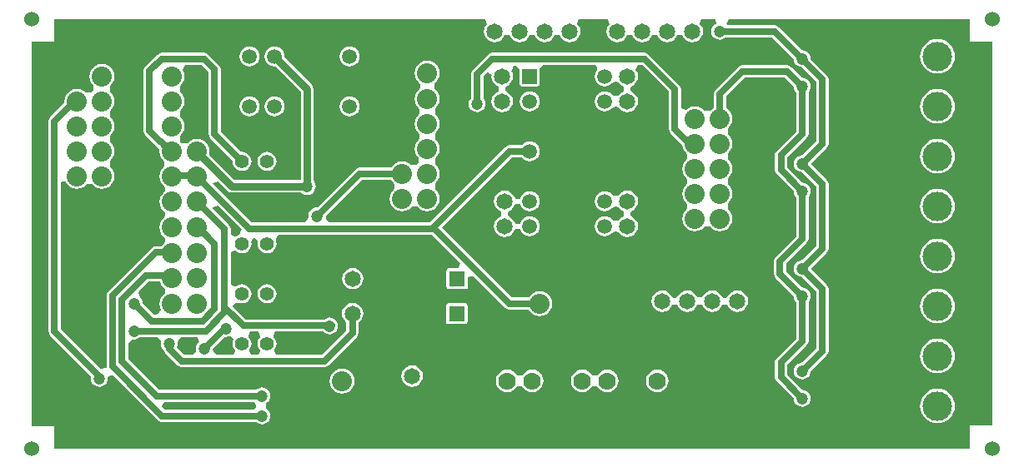
<source format=gbl>
G04 Layer_Physical_Order=2*
G04 Layer_Color=16711680*
%FSLAX25Y25*%
%MOIN*%
G70*
G01*
G75*
%ADD19C,0.02756*%
%ADD21C,0.02953*%
%ADD23R,0.05905X0.05905*%
%ADD24C,0.05905*%
%ADD25C,0.08000*%
%ADD26C,0.05905*%
%ADD27C,0.06496*%
%ADD28R,0.06496X0.06496*%
%ADD29C,0.06000*%
%ADD30C,0.06500*%
%ADD31C,0.05600*%
%ADD32C,0.11811*%
%ADD33C,0.07000*%
%ADD34C,0.04724*%
G36*
X677000Y478923D02*
X686000D01*
Y325077D01*
X677000D01*
X677000Y316000D01*
X311000D01*
X311000Y324882D01*
X302000D01*
Y478939D01*
X311000D01*
Y488000D01*
X483321D01*
X483989Y486031D01*
X483989Y486031D01*
X483307Y485143D01*
X482879Y484109D01*
X482733Y483000D01*
X482879Y481890D01*
X483307Y480857D01*
X483989Y479969D01*
X484876Y479288D01*
X485910Y478859D01*
X487020Y478713D01*
X488129Y478859D01*
X489163Y479288D01*
X490051Y479969D01*
X490732Y480857D01*
X491001Y481506D01*
X491701Y481649D01*
X492338D01*
X493038Y481506D01*
X493307Y480857D01*
X493989Y479969D01*
X494876Y479288D01*
X495910Y478859D01*
X497020Y478713D01*
X498129Y478859D01*
X499163Y479288D01*
X500051Y479969D01*
X500732Y480857D01*
X500993Y481486D01*
X501527Y481602D01*
X502493D01*
X503027Y481486D01*
X503288Y480857D01*
X503969Y479969D01*
X504857Y479288D01*
X505891Y478859D01*
X507000Y478713D01*
X508110Y478859D01*
X509143Y479288D01*
X510031Y479969D01*
X510712Y480857D01*
X510981Y481506D01*
X511682Y481649D01*
X512319D01*
X513019Y481506D01*
X513288Y480857D01*
X513969Y479969D01*
X514857Y479288D01*
X515891Y478859D01*
X517000Y478713D01*
X518110Y478859D01*
X519143Y479288D01*
X520031Y479969D01*
X520712Y480857D01*
X521141Y481890D01*
X521287Y483000D01*
X521141Y484109D01*
X520712Y485143D01*
X520031Y486031D01*
X520031Y486031D01*
X520699Y488000D01*
X532301D01*
X532969Y486031D01*
X532969Y486031D01*
X532288Y485143D01*
X531859Y484109D01*
X531713Y483000D01*
X531859Y481890D01*
X532288Y480857D01*
X532969Y479969D01*
X533857Y479288D01*
X534891Y478859D01*
X536000Y478713D01*
X537110Y478859D01*
X538143Y479288D01*
X539031Y479969D01*
X539712Y480857D01*
X539981Y481506D01*
X540682Y481649D01*
X541319D01*
X542019Y481506D01*
X542288Y480857D01*
X542969Y479969D01*
X543857Y479288D01*
X544890Y478859D01*
X546000Y478713D01*
X547110Y478859D01*
X548143Y479288D01*
X549031Y479969D01*
X549712Y480857D01*
X549973Y481486D01*
X550507Y481602D01*
X551473D01*
X552007Y481486D01*
X552268Y480857D01*
X552949Y479969D01*
X553837Y479288D01*
X554871Y478859D01*
X555980Y478713D01*
X557090Y478859D01*
X558124Y479288D01*
X559011Y479969D01*
X559693Y480857D01*
X559962Y481506D01*
X560662Y481649D01*
X561299D01*
X561999Y481506D01*
X562268Y480857D01*
X562949Y479969D01*
X563837Y479288D01*
X564871Y478859D01*
X565980Y478713D01*
X567090Y478859D01*
X568124Y479288D01*
X569011Y479969D01*
X569693Y480857D01*
X570121Y481890D01*
X570267Y483000D01*
X570121Y484109D01*
X569693Y485143D01*
X569011Y486031D01*
X569011Y486031D01*
X569679Y488000D01*
X575141D01*
X575533Y486031D01*
X575304Y485937D01*
X574602Y485398D01*
X574063Y484696D01*
X573724Y483878D01*
X573609Y483000D01*
X573724Y482122D01*
X574063Y481304D01*
X574602Y480602D01*
X575304Y480063D01*
X576122Y479724D01*
X577000Y479609D01*
X577878Y479724D01*
X578696Y480063D01*
X579363Y480576D01*
X597996D01*
X606614Y471957D01*
X606724Y471122D01*
X607063Y470304D01*
X607602Y469602D01*
X608304Y469063D01*
X609122Y468724D01*
X609957Y468614D01*
X615576Y462996D01*
Y439004D01*
X609957Y433386D01*
X609122Y433276D01*
X608304Y432937D01*
X607602Y432398D01*
X607063Y431696D01*
X606724Y430878D01*
X606609Y430000D01*
X606724Y429122D01*
X607063Y428304D01*
X607602Y427602D01*
X608304Y427063D01*
X609122Y426724D01*
X609957Y426615D01*
X615576Y420996D01*
Y397004D01*
X609957Y391386D01*
X609122Y391276D01*
X608304Y390937D01*
X607602Y390398D01*
X607063Y389696D01*
X606724Y388878D01*
X606609Y388000D01*
X606724Y387122D01*
X607063Y386304D01*
X607602Y385602D01*
X608304Y385063D01*
X609122Y384724D01*
X609957Y384614D01*
X615576Y378996D01*
Y356004D01*
X609957Y350385D01*
X609122Y350276D01*
X608304Y349937D01*
X607602Y349398D01*
X607063Y348696D01*
X606724Y347878D01*
X606609Y347000D01*
X606724Y346122D01*
X607063Y345304D01*
X607602Y344602D01*
X608304Y344063D01*
X609122Y343724D01*
X610000Y343609D01*
X610878Y343724D01*
X611696Y344063D01*
X612398Y344602D01*
X612937Y345304D01*
X613276Y346122D01*
X613385Y346957D01*
X619714Y353286D01*
X620240Y354072D01*
X620425Y355000D01*
Y380000D01*
X620240Y380928D01*
X619714Y381714D01*
X613429Y388000D01*
X619714Y394286D01*
X620240Y395072D01*
X620425Y396000D01*
Y422000D01*
X620240Y422928D01*
X619714Y423714D01*
X613429Y430000D01*
X619714Y436286D01*
X620240Y437072D01*
X620425Y438000D01*
Y464000D01*
X620240Y464928D01*
X619714Y465714D01*
X613385Y472043D01*
X613276Y472878D01*
X612937Y473696D01*
X612398Y474398D01*
X611696Y474937D01*
X610878Y475276D01*
X610043Y475386D01*
X600714Y484714D01*
X599928Y485240D01*
X599000Y485425D01*
X580249D01*
X579685Y486031D01*
X580543Y488000D01*
X677000D01*
Y478923D01*
D02*
G37*
%LPC*%
G36*
X664000Y379939D02*
X662646Y379806D01*
X661345Y379411D01*
X660145Y378769D01*
X659093Y377907D01*
X658230Y376855D01*
X657589Y375655D01*
X657194Y374354D01*
X657061Y373000D01*
X657194Y371646D01*
X657589Y370345D01*
X658230Y369145D01*
X659093Y368093D01*
X660145Y367231D01*
X661345Y366589D01*
X662646Y366194D01*
X664000Y366061D01*
X665354Y366194D01*
X666655Y366589D01*
X667855Y367231D01*
X668907Y368093D01*
X669769Y369145D01*
X670411Y370345D01*
X670806Y371646D01*
X670939Y373000D01*
X670806Y374354D01*
X670411Y375655D01*
X669769Y376855D01*
X668907Y377907D01*
X667855Y378769D01*
X666655Y379411D01*
X665354Y379806D01*
X664000Y379939D01*
D02*
G37*
G36*
Y359939D02*
X662646Y359806D01*
X661345Y359411D01*
X660145Y358769D01*
X659093Y357907D01*
X658230Y356855D01*
X657589Y355655D01*
X657194Y354354D01*
X657061Y353000D01*
X657194Y351646D01*
X657589Y350345D01*
X658230Y349145D01*
X659093Y348093D01*
X660145Y347231D01*
X661345Y346589D01*
X662646Y346194D01*
X664000Y346061D01*
X665354Y346194D01*
X666655Y346589D01*
X667855Y347231D01*
X668907Y348093D01*
X669769Y349145D01*
X670411Y350345D01*
X670806Y351646D01*
X670939Y353000D01*
X670806Y354354D01*
X670411Y355655D01*
X669769Y356855D01*
X668907Y357907D01*
X667855Y358769D01*
X666655Y359411D01*
X665354Y359806D01*
X664000Y359939D01*
D02*
G37*
G36*
X475114Y374268D02*
X468618D01*
X468228Y374190D01*
X467897Y373969D01*
X467676Y373638D01*
X467598Y373248D01*
Y366752D01*
X467676Y366362D01*
X467897Y366031D01*
X468228Y365810D01*
X468618Y365732D01*
X475114D01*
X475504Y365810D01*
X475835Y366031D01*
X476056Y366362D01*
X476134Y366752D01*
Y373248D01*
X476056Y373638D01*
X475835Y373969D01*
X475504Y374190D01*
X475114Y374268D01*
D02*
G37*
G36*
X430268Y388285D02*
X429159Y388139D01*
X428125Y387711D01*
X427238Y387030D01*
X426557Y386142D01*
X426129Y385109D01*
X425983Y384000D01*
X426129Y382891D01*
X426557Y381858D01*
X427238Y380970D01*
X428125Y380289D01*
X429159Y379861D01*
X430268Y379715D01*
X431377Y379861D01*
X432410Y380289D01*
X433297Y380970D01*
X433978Y381858D01*
X434406Y382891D01*
X434552Y384000D01*
X434406Y385109D01*
X433978Y386142D01*
X433297Y387030D01*
X432410Y387711D01*
X431377Y388139D01*
X430268Y388285D01*
D02*
G37*
G36*
X664000Y399939D02*
X662646Y399806D01*
X661345Y399411D01*
X660145Y398769D01*
X659093Y397907D01*
X658230Y396855D01*
X657589Y395655D01*
X657194Y394354D01*
X657061Y393000D01*
X657194Y391646D01*
X657589Y390345D01*
X658230Y389145D01*
X659093Y388093D01*
X660145Y387230D01*
X661345Y386589D01*
X662646Y386194D01*
X664000Y386061D01*
X665354Y386194D01*
X666655Y386589D01*
X667855Y387230D01*
X668907Y388093D01*
X669769Y389145D01*
X670411Y390345D01*
X670806Y391646D01*
X670939Y393000D01*
X670806Y394354D01*
X670411Y395655D01*
X669769Y396855D01*
X668907Y397907D01*
X667855Y398769D01*
X666655Y399411D01*
X665354Y399806D01*
X664000Y399939D01*
D02*
G37*
G36*
X396000Y381833D02*
X395008Y381702D01*
X394084Y381319D01*
X393290Y380710D01*
X392681Y379916D01*
X392298Y378992D01*
X392167Y378000D01*
X392298Y377008D01*
X392681Y376084D01*
X393290Y375290D01*
X394084Y374681D01*
X395008Y374298D01*
X396000Y374167D01*
X396992Y374298D01*
X397916Y374681D01*
X398710Y375290D01*
X399319Y376084D01*
X399702Y377008D01*
X399833Y378000D01*
X399702Y378992D01*
X399319Y379916D01*
X398710Y380710D01*
X397916Y381319D01*
X396992Y381702D01*
X396000Y381833D01*
D02*
G37*
G36*
X584000Y379287D02*
X582891Y379141D01*
X581857Y378712D01*
X580969Y378031D01*
X580288Y377143D01*
X580019Y376494D01*
X579319Y376351D01*
X578682D01*
X577981Y376494D01*
X577712Y377143D01*
X577031Y378031D01*
X576143Y378712D01*
X575109Y379141D01*
X574000Y379287D01*
X572891Y379141D01*
X571857Y378712D01*
X570969Y378031D01*
X570288Y377143D01*
X570027Y376514D01*
X569493Y376398D01*
X568527D01*
X567993Y376514D01*
X567732Y377143D01*
X567051Y378031D01*
X566163Y378712D01*
X565129Y379141D01*
X564020Y379287D01*
X562910Y379141D01*
X561876Y378712D01*
X560989Y378031D01*
X560307Y377143D01*
X560038Y376494D01*
X559338Y376351D01*
X558701D01*
X558001Y376494D01*
X557732Y377143D01*
X557051Y378031D01*
X556163Y378712D01*
X555129Y379141D01*
X554020Y379287D01*
X552910Y379141D01*
X551876Y378712D01*
X550989Y378031D01*
X550307Y377143D01*
X549879Y376110D01*
X549733Y375000D01*
X549879Y373890D01*
X550307Y372857D01*
X550989Y371969D01*
X551876Y371288D01*
X552910Y370859D01*
X554020Y370713D01*
X555129Y370859D01*
X556163Y371288D01*
X557051Y371969D01*
X557732Y372857D01*
X558001Y373506D01*
X558701Y373649D01*
X559338D01*
X560038Y373506D01*
X560307Y372857D01*
X560989Y371969D01*
X561876Y371288D01*
X562910Y370859D01*
X564020Y370713D01*
X565129Y370859D01*
X566163Y371288D01*
X567051Y371969D01*
X567732Y372857D01*
X567993Y373486D01*
X568527Y373602D01*
X569493D01*
X570027Y373486D01*
X570288Y372857D01*
X570969Y371969D01*
X571857Y371288D01*
X572891Y370859D01*
X574000Y370713D01*
X575109Y370859D01*
X576143Y371288D01*
X577031Y371969D01*
X577712Y372857D01*
X577981Y373506D01*
X578682Y373649D01*
X579319D01*
X580019Y373506D01*
X580288Y372857D01*
X580969Y371969D01*
X581857Y371288D01*
X582891Y370859D01*
X584000Y370713D01*
X585110Y370859D01*
X586143Y371288D01*
X587031Y371969D01*
X587712Y372857D01*
X588141Y373890D01*
X588287Y375000D01*
X588141Y376110D01*
X587712Y377143D01*
X587031Y378031D01*
X586143Y378712D01*
X585110Y379141D01*
X584000Y379287D01*
D02*
G37*
G36*
X426000Y348043D02*
X424695Y347871D01*
X423478Y347368D01*
X422434Y346566D01*
X421632Y345522D01*
X421129Y344305D01*
X420957Y343000D01*
X421129Y341695D01*
X421632Y340478D01*
X422434Y339434D01*
X423478Y338632D01*
X424695Y338129D01*
X426000Y337957D01*
X427305Y338129D01*
X428522Y338632D01*
X429566Y339434D01*
X430368Y340478D01*
X430871Y341695D01*
X431043Y343000D01*
X430871Y344305D01*
X430368Y345522D01*
X429566Y346566D01*
X428522Y347368D01*
X427305Y347871D01*
X426000Y348043D01*
D02*
G37*
G36*
X547000Y474425D02*
X486000D01*
X485072Y474240D01*
X484286Y473714D01*
X478286Y467714D01*
X477760Y466928D01*
X477575Y466000D01*
Y456363D01*
X477063Y455696D01*
X476724Y454878D01*
X476609Y454000D01*
X476724Y453122D01*
X477063Y452304D01*
X477602Y451602D01*
X478304Y451063D01*
X479122Y450724D01*
X480000Y450609D01*
X480878Y450724D01*
X481696Y451063D01*
X482398Y451602D01*
X482937Y452304D01*
X483276Y453122D01*
X483391Y454000D01*
X483276Y454878D01*
X482937Y455696D01*
X482424Y456363D01*
Y464996D01*
X484041Y466612D01*
X484140Y466584D01*
X485789Y465577D01*
X485713Y465000D01*
X485859Y463891D01*
X486288Y462857D01*
X486969Y461969D01*
X487857Y461288D01*
X488506Y461019D01*
X488649Y460319D01*
Y459682D01*
X488506Y458981D01*
X487857Y458712D01*
X486969Y458031D01*
X486288Y457143D01*
X485859Y456110D01*
X485713Y455000D01*
X485859Y453891D01*
X486288Y452857D01*
X486969Y451969D01*
X487857Y451288D01*
X488891Y450859D01*
X490000Y450713D01*
X491110Y450859D01*
X492143Y451288D01*
X493031Y451969D01*
X493712Y452857D01*
X494141Y453891D01*
X494287Y455000D01*
X494141Y456110D01*
X493712Y457143D01*
X493031Y458031D01*
X492143Y458712D01*
X491494Y458981D01*
X491351Y459682D01*
Y460319D01*
X491494Y461019D01*
X492143Y461288D01*
X493031Y461969D01*
X493712Y462857D01*
X494141Y463891D01*
X494287Y465000D01*
X494141Y466110D01*
X493712Y467143D01*
X493686Y467178D01*
X493750Y467556D01*
X494433Y469086D01*
X495564Y469171D01*
X497028Y467675D01*
Y462047D01*
X497105Y461657D01*
X497326Y461326D01*
X497657Y461105D01*
X498047Y461028D01*
X503953D01*
X504343Y461105D01*
X504674Y461326D01*
X504895Y461657D01*
X504972Y462047D01*
Y467607D01*
X504972Y467953D01*
X505948Y469184D01*
X506439Y469576D01*
X527236D01*
X527827Y468477D01*
X528018Y467607D01*
X527547Y466993D01*
X527149Y466032D01*
X527013Y465000D01*
X527149Y463968D01*
X527547Y463007D01*
X528181Y462181D01*
X529007Y461547D01*
X529968Y461149D01*
X531000Y461013D01*
X532032Y461149D01*
X532993Y461547D01*
X533819Y462181D01*
X534220Y462704D01*
X535600Y462806D01*
X536439Y462659D01*
X536969Y461969D01*
X537857Y461288D01*
X538506Y461019D01*
X538649Y460319D01*
Y459682D01*
X538506Y458981D01*
X537857Y458712D01*
X536969Y458031D01*
X536439Y457341D01*
X535600Y457194D01*
X534220Y457296D01*
X533819Y457819D01*
X532993Y458453D01*
X532032Y458851D01*
X531000Y458987D01*
X529968Y458851D01*
X529007Y458453D01*
X528181Y457819D01*
X527547Y456993D01*
X527149Y456032D01*
X527013Y455000D01*
X527149Y453968D01*
X527547Y453007D01*
X528181Y452181D01*
X529007Y451547D01*
X529968Y451149D01*
X531000Y451013D01*
X532032Y451149D01*
X532993Y451547D01*
X533819Y452181D01*
X534220Y452704D01*
X535600Y452806D01*
X536439Y452659D01*
X536969Y451969D01*
X537857Y451288D01*
X538891Y450859D01*
X540000Y450713D01*
X541110Y450859D01*
X542143Y451288D01*
X543031Y451969D01*
X543712Y452857D01*
X544141Y453891D01*
X544287Y455000D01*
X544141Y456110D01*
X543712Y457143D01*
X543031Y458031D01*
X542143Y458712D01*
X541494Y458981D01*
X541351Y459682D01*
Y460319D01*
X541494Y461019D01*
X542143Y461288D01*
X543031Y461969D01*
X543712Y462857D01*
X544141Y463891D01*
X544287Y465000D01*
X544141Y466110D01*
X543712Y467143D01*
X543357Y467607D01*
X543820Y469039D01*
X544101Y469398D01*
X546099Y469473D01*
X556575Y458996D01*
Y444000D01*
X556760Y443072D01*
X557286Y442286D01*
X562015Y437556D01*
X562129Y436695D01*
X562633Y435478D01*
X563434Y434434D01*
X563746Y434195D01*
X563882Y433856D01*
Y432144D01*
X563746Y431805D01*
X563434Y431566D01*
X562633Y430522D01*
X562129Y429305D01*
X561957Y428000D01*
X562129Y426695D01*
X562633Y425478D01*
X563434Y424434D01*
X563746Y424195D01*
X563882Y423856D01*
Y422144D01*
X563746Y421805D01*
X563434Y421566D01*
X562633Y420522D01*
X562129Y419305D01*
X561957Y418000D01*
X562129Y416695D01*
X562633Y415478D01*
X563434Y414434D01*
X563746Y414195D01*
X563882Y413856D01*
Y412144D01*
X563746Y411805D01*
X563434Y411566D01*
X562633Y410522D01*
X562129Y409305D01*
X561957Y408000D01*
X562129Y406695D01*
X562633Y405478D01*
X563434Y404434D01*
X564478Y403632D01*
X565695Y403129D01*
X567000Y402957D01*
X568305Y403129D01*
X569522Y403632D01*
X570566Y404434D01*
X570805Y404746D01*
X571144Y404882D01*
X572856D01*
X573195Y404746D01*
X573434Y404434D01*
X574478Y403632D01*
X575695Y403129D01*
X577000Y402957D01*
X578305Y403129D01*
X579522Y403632D01*
X580566Y404434D01*
X581367Y405478D01*
X581871Y406695D01*
X582043Y408000D01*
X581871Y409305D01*
X581367Y410522D01*
X580566Y411566D01*
X580254Y411805D01*
X580118Y412144D01*
Y413856D01*
X580254Y414195D01*
X580566Y414434D01*
X581367Y415478D01*
X581871Y416695D01*
X582043Y418000D01*
X581871Y419305D01*
X581367Y420522D01*
X580566Y421566D01*
X580254Y421805D01*
X580118Y422144D01*
Y423856D01*
X580254Y424195D01*
X580566Y424434D01*
X581367Y425478D01*
X581871Y426695D01*
X582043Y428000D01*
X581871Y429305D01*
X581367Y430522D01*
X580566Y431566D01*
X580254Y431805D01*
X580118Y432144D01*
Y433856D01*
X580254Y434195D01*
X580566Y434434D01*
X581367Y435478D01*
X581871Y436695D01*
X582043Y438000D01*
X581871Y439305D01*
X581367Y440522D01*
X580566Y441566D01*
X580254Y441805D01*
X580118Y442144D01*
Y443856D01*
X580254Y444195D01*
X580566Y444434D01*
X581367Y445478D01*
X581871Y446695D01*
X582043Y448000D01*
X581871Y449305D01*
X581367Y450522D01*
X580566Y451566D01*
X579522Y452367D01*
X579424Y452408D01*
Y456996D01*
X587004Y464575D01*
X602996D01*
X606614Y460957D01*
X606724Y460122D01*
X607063Y459304D01*
X607576Y458637D01*
Y443004D01*
X599786Y435214D01*
X599260Y434428D01*
X599076Y433500D01*
Y427500D01*
X599260Y426572D01*
X599786Y425786D01*
X606614Y418957D01*
X606724Y418122D01*
X607063Y417304D01*
X607576Y416637D01*
Y401004D01*
X599286Y392714D01*
X598760Y391928D01*
X598575Y391000D01*
Y386000D01*
X598760Y385072D01*
X599286Y384286D01*
X606614Y376957D01*
X606724Y376122D01*
X607063Y375304D01*
X607576Y374637D01*
Y360004D01*
X599786Y352214D01*
X599260Y351428D01*
X599076Y350500D01*
Y344500D01*
X599260Y343572D01*
X599786Y342786D01*
X606614Y335957D01*
X606724Y335122D01*
X607063Y334304D01*
X607602Y333602D01*
X608304Y333063D01*
X609122Y332724D01*
X610000Y332609D01*
X610878Y332724D01*
X611696Y333063D01*
X612398Y333602D01*
X612937Y334304D01*
X613276Y335122D01*
X613391Y336000D01*
X613276Y336878D01*
X612937Y337696D01*
X612398Y338398D01*
X611696Y338937D01*
X610878Y339276D01*
X610043Y339386D01*
X603925Y345504D01*
Y349496D01*
X611714Y357286D01*
X612240Y358072D01*
X612425Y359000D01*
X612425Y359000D01*
Y374637D01*
X612937Y375304D01*
X613276Y376122D01*
X613391Y377000D01*
X613276Y377878D01*
X612937Y378696D01*
X612398Y379398D01*
X611696Y379937D01*
X610878Y380276D01*
X610043Y380385D01*
X603425Y387004D01*
Y389996D01*
X611714Y398286D01*
X612240Y399072D01*
X612425Y400000D01*
Y416637D01*
X612937Y417304D01*
X613276Y418122D01*
X613391Y419000D01*
X613276Y419878D01*
X612937Y420696D01*
X612398Y421398D01*
X611696Y421937D01*
X610878Y422276D01*
X610043Y422386D01*
X603925Y428504D01*
Y432496D01*
X611714Y440286D01*
X612240Y441072D01*
X612425Y442000D01*
X612425Y442000D01*
Y458637D01*
X612937Y459304D01*
X613276Y460122D01*
X613391Y461000D01*
X613276Y461878D01*
X612937Y462696D01*
X612398Y463398D01*
X611696Y463937D01*
X610878Y464276D01*
X610043Y464386D01*
X605714Y468714D01*
X604928Y469240D01*
X604000Y469424D01*
X586000D01*
X585072Y469240D01*
X584286Y468714D01*
X575286Y459714D01*
X574760Y458928D01*
X574576Y458000D01*
Y452408D01*
X574478Y452367D01*
X573434Y451566D01*
X573195Y451254D01*
X572856Y451118D01*
X571144D01*
X570805Y451254D01*
X570566Y451566D01*
X569522Y452367D01*
X568305Y452871D01*
X567000Y453043D01*
X565695Y452871D01*
X564478Y452367D01*
X563434Y451566D01*
X563393Y451513D01*
X561424Y452181D01*
Y460000D01*
X561240Y460928D01*
X560714Y461714D01*
X548714Y473714D01*
X547928Y474240D01*
X547000Y474425D01*
D02*
G37*
G36*
X664000Y339939D02*
X662646Y339806D01*
X661345Y339411D01*
X660145Y338770D01*
X659093Y337907D01*
X658230Y336855D01*
X657589Y335655D01*
X657194Y334354D01*
X657061Y333000D01*
X657194Y331646D01*
X657589Y330345D01*
X658230Y329145D01*
X659093Y328093D01*
X660145Y327231D01*
X661345Y326589D01*
X662646Y326194D01*
X664000Y326061D01*
X665354Y326194D01*
X666655Y326589D01*
X667855Y327231D01*
X668907Y328093D01*
X669769Y329145D01*
X670411Y330345D01*
X670806Y331646D01*
X670939Y333000D01*
X670806Y334354D01*
X670411Y335655D01*
X669769Y336855D01*
X668907Y337907D01*
X667855Y338770D01*
X666655Y339411D01*
X665354Y339806D01*
X664000Y339939D01*
D02*
G37*
G36*
X552000Y347539D02*
X550825Y347384D01*
X549731Y346931D01*
X548791Y346209D01*
X548069Y345269D01*
X547616Y344175D01*
X547461Y343000D01*
X547616Y341825D01*
X548069Y340731D01*
X548791Y339791D01*
X549731Y339069D01*
X550825Y338616D01*
X552000Y338461D01*
X553175Y338616D01*
X554269Y339069D01*
X555209Y339791D01*
X555931Y340731D01*
X556384Y341825D01*
X556539Y343000D01*
X556384Y344175D01*
X555931Y345269D01*
X555209Y346209D01*
X554269Y346931D01*
X553175Y347384D01*
X552000Y347539D01*
D02*
G37*
G36*
X532000D02*
X530825Y347384D01*
X529731Y346931D01*
X528791Y346209D01*
X528069Y345269D01*
X528065Y345260D01*
X525935D01*
X525931Y345269D01*
X525209Y346209D01*
X524269Y346931D01*
X523175Y347384D01*
X522000Y347539D01*
X520825Y347384D01*
X519731Y346931D01*
X518791Y346209D01*
X518069Y345269D01*
X517616Y344175D01*
X517461Y343000D01*
X517616Y341825D01*
X518069Y340731D01*
X518791Y339791D01*
X519731Y339069D01*
X520825Y338616D01*
X522000Y338461D01*
X523175Y338616D01*
X524269Y339069D01*
X525209Y339791D01*
X525931Y340731D01*
X525935Y340740D01*
X528065D01*
X528069Y340731D01*
X528791Y339791D01*
X529731Y339069D01*
X530825Y338616D01*
X532000Y338461D01*
X533175Y338616D01*
X534269Y339069D01*
X535209Y339791D01*
X535931Y340731D01*
X536384Y341825D01*
X536539Y343000D01*
X536384Y344175D01*
X535931Y345269D01*
X535209Y346209D01*
X534269Y346931D01*
X533175Y347384D01*
X532000Y347539D01*
D02*
G37*
G36*
X502000D02*
X500825Y347384D01*
X499731Y346931D01*
X498791Y346209D01*
X498069Y345269D01*
X498065Y345260D01*
X495935D01*
X495931Y345269D01*
X495209Y346209D01*
X494269Y346931D01*
X493175Y347384D01*
X492000Y347539D01*
X490825Y347384D01*
X489731Y346931D01*
X488791Y346209D01*
X488069Y345269D01*
X487616Y344175D01*
X487461Y343000D01*
X487616Y341825D01*
X488069Y340731D01*
X488791Y339791D01*
X489731Y339069D01*
X490825Y338616D01*
X492000Y338461D01*
X493175Y338616D01*
X494269Y339069D01*
X495209Y339791D01*
X495931Y340731D01*
X495935Y340740D01*
X498065D01*
X498069Y340731D01*
X498791Y339791D01*
X499731Y339069D01*
X500825Y338616D01*
X502000Y338461D01*
X503175Y338616D01*
X504269Y339069D01*
X505209Y339791D01*
X505931Y340731D01*
X506384Y341825D01*
X506539Y343000D01*
X506384Y344175D01*
X505931Y345269D01*
X505209Y346209D01*
X504269Y346931D01*
X503175Y347384D01*
X502000Y347539D01*
D02*
G37*
G36*
X454000Y349287D02*
X452890Y349141D01*
X451857Y348712D01*
X450969Y348031D01*
X450288Y347143D01*
X449859Y346110D01*
X449713Y345000D01*
X449859Y343891D01*
X450288Y342857D01*
X450969Y341969D01*
X451857Y341288D01*
X452890Y340859D01*
X454000Y340713D01*
X455110Y340859D01*
X456143Y341288D01*
X457031Y341969D01*
X457712Y342857D01*
X458141Y343891D01*
X458287Y345000D01*
X458141Y346110D01*
X457712Y347143D01*
X457031Y348031D01*
X456143Y348712D01*
X455110Y349141D01*
X454000Y349287D01*
D02*
G37*
G36*
X396000Y434833D02*
X395008Y434702D01*
X394084Y434319D01*
X393290Y433710D01*
X392681Y432916D01*
X392298Y431992D01*
X392167Y431000D01*
X392298Y430008D01*
X392681Y429084D01*
X393290Y428290D01*
X394084Y427681D01*
X395008Y427298D01*
X396000Y427167D01*
X396992Y427298D01*
X397916Y427681D01*
X398710Y428290D01*
X399319Y429084D01*
X399702Y430008D01*
X399833Y431000D01*
X399702Y431992D01*
X399319Y432916D01*
X398710Y433710D01*
X397916Y434319D01*
X396992Y434702D01*
X396000Y434833D01*
D02*
G37*
G36*
X501000Y458987D02*
X499968Y458851D01*
X499007Y458453D01*
X498181Y457819D01*
X497547Y456993D01*
X497149Y456032D01*
X497013Y455000D01*
X497149Y453968D01*
X497547Y453007D01*
X498181Y452181D01*
X499007Y451547D01*
X499968Y451149D01*
X501000Y451013D01*
X502032Y451149D01*
X502993Y451547D01*
X503819Y452181D01*
X504453Y453007D01*
X504851Y453968D01*
X504987Y455000D01*
X504851Y456032D01*
X504453Y456993D01*
X503819Y457819D01*
X502993Y458453D01*
X502032Y458851D01*
X501000Y458987D01*
D02*
G37*
G36*
X664000Y479939D02*
X662646Y479806D01*
X661345Y479411D01*
X660145Y478769D01*
X659093Y477907D01*
X658230Y476855D01*
X657589Y475655D01*
X657194Y474354D01*
X657061Y473000D01*
X657194Y471646D01*
X657589Y470345D01*
X658230Y469145D01*
X659093Y468093D01*
X660145Y467231D01*
X661345Y466589D01*
X662646Y466194D01*
X664000Y466061D01*
X665354Y466194D01*
X666655Y466589D01*
X667855Y467231D01*
X668907Y468093D01*
X669769Y469145D01*
X670411Y470345D01*
X670806Y471646D01*
X670939Y473000D01*
X670806Y474354D01*
X670411Y475655D01*
X669769Y476855D01*
X668907Y477907D01*
X667855Y478769D01*
X666655Y479411D01*
X665354Y479806D01*
X664000Y479939D01*
D02*
G37*
G36*
Y459939D02*
X662646Y459806D01*
X661345Y459411D01*
X660145Y458770D01*
X659093Y457907D01*
X658230Y456855D01*
X657589Y455655D01*
X657194Y454354D01*
X657061Y453000D01*
X657194Y451646D01*
X657589Y450345D01*
X658230Y449145D01*
X659093Y448093D01*
X660145Y447230D01*
X661345Y446589D01*
X662646Y446194D01*
X664000Y446061D01*
X665354Y446194D01*
X666655Y446589D01*
X667855Y447230D01*
X668907Y448093D01*
X669769Y449145D01*
X670411Y450345D01*
X670806Y451646D01*
X670939Y453000D01*
X670806Y454354D01*
X670411Y455655D01*
X669769Y456855D01*
X668907Y457907D01*
X667855Y458770D01*
X666655Y459411D01*
X665354Y459806D01*
X664000Y459939D01*
D02*
G37*
G36*
X429000Y456987D02*
X427968Y456851D01*
X427007Y456453D01*
X426181Y455819D01*
X425547Y454993D01*
X425149Y454032D01*
X425013Y453000D01*
X425149Y451968D01*
X425547Y451007D01*
X426181Y450181D01*
X427007Y449547D01*
X427968Y449149D01*
X429000Y449013D01*
X430032Y449149D01*
X430993Y449547D01*
X431819Y450181D01*
X432453Y451007D01*
X432851Y451968D01*
X432987Y453000D01*
X432851Y454032D01*
X432453Y454993D01*
X431819Y455819D01*
X430993Y456453D01*
X430032Y456851D01*
X429000Y456987D01*
D02*
G37*
G36*
X399000D02*
X397968Y456851D01*
X397007Y456453D01*
X396181Y455819D01*
X395547Y454993D01*
X395149Y454032D01*
X395013Y453000D01*
X395149Y451968D01*
X395547Y451007D01*
X396181Y450181D01*
X397007Y449547D01*
X397968Y449149D01*
X399000Y449013D01*
X400032Y449149D01*
X400993Y449547D01*
X401819Y450181D01*
X402453Y451007D01*
X402851Y451968D01*
X402987Y453000D01*
X402851Y454032D01*
X402453Y454993D01*
X401819Y455819D01*
X400993Y456453D01*
X400032Y456851D01*
X399000Y456987D01*
D02*
G37*
G36*
X389000D02*
X387968Y456851D01*
X387007Y456453D01*
X386181Y455819D01*
X385547Y454993D01*
X385149Y454032D01*
X385013Y453000D01*
X385149Y451968D01*
X385547Y451007D01*
X386181Y450181D01*
X387007Y449547D01*
X387968Y449149D01*
X389000Y449013D01*
X390032Y449149D01*
X390993Y449547D01*
X391819Y450181D01*
X392453Y451007D01*
X392851Y451968D01*
X392987Y453000D01*
X392851Y454032D01*
X392453Y454993D01*
X391819Y455819D01*
X390993Y456453D01*
X390032Y456851D01*
X389000Y456987D01*
D02*
G37*
G36*
Y476987D02*
X387968Y476851D01*
X387007Y476453D01*
X386181Y475819D01*
X385547Y474993D01*
X385149Y474032D01*
X385013Y473000D01*
X385149Y471968D01*
X385547Y471007D01*
X386181Y470181D01*
X387007Y469547D01*
X387968Y469149D01*
X389000Y469013D01*
X390032Y469149D01*
X390993Y469547D01*
X391819Y470181D01*
X392453Y471007D01*
X392851Y471968D01*
X392987Y473000D01*
X392851Y474032D01*
X392453Y474993D01*
X391819Y475819D01*
X390993Y476453D01*
X390032Y476851D01*
X389000Y476987D01*
D02*
G37*
G36*
X491000Y419287D02*
X489890Y419141D01*
X488857Y418712D01*
X487969Y418031D01*
X487288Y417143D01*
X486859Y416110D01*
X486713Y415000D01*
X486859Y413891D01*
X487288Y412857D01*
X487969Y411969D01*
X488857Y411288D01*
X489506Y411019D01*
X489649Y410319D01*
Y409682D01*
X489506Y408981D01*
X488857Y408712D01*
X487969Y408031D01*
X487288Y407143D01*
X486859Y406110D01*
X486713Y405000D01*
X486859Y403891D01*
X487288Y402857D01*
X487969Y401969D01*
X488857Y401288D01*
X489890Y400859D01*
X491000Y400713D01*
X492109Y400859D01*
X493143Y401288D01*
X494031Y401969D01*
X494712Y402857D01*
X495141Y403891D01*
X495157Y404016D01*
X497143Y404016D01*
X497149Y403968D01*
X497547Y403007D01*
X498181Y402181D01*
X499007Y401547D01*
X499968Y401149D01*
X501000Y401013D01*
X502032Y401149D01*
X502993Y401547D01*
X503819Y402181D01*
X504453Y403007D01*
X504851Y403968D01*
X504987Y405000D01*
X504851Y406032D01*
X504453Y406993D01*
X503819Y407819D01*
X502993Y408453D01*
X502032Y408851D01*
X501000Y408987D01*
X499968Y408851D01*
X499007Y408453D01*
X498181Y407819D01*
X497547Y406993D01*
X497149Y406032D01*
X497143Y405984D01*
X495157Y405984D01*
X495141Y406110D01*
X494712Y407143D01*
X494031Y408031D01*
X493143Y408712D01*
X492494Y408981D01*
X492351Y409682D01*
Y410319D01*
X492494Y411019D01*
X493143Y411288D01*
X494031Y411969D01*
X494712Y412857D01*
X495141Y413891D01*
X495157Y414016D01*
X497143Y414016D01*
X497149Y413968D01*
X497547Y413007D01*
X498181Y412181D01*
X499007Y411547D01*
X499968Y411149D01*
X501000Y411013D01*
X502032Y411149D01*
X502993Y411547D01*
X503819Y412181D01*
X504453Y413007D01*
X504851Y413968D01*
X504987Y415000D01*
X504851Y416032D01*
X504453Y416993D01*
X503819Y417819D01*
X502993Y418453D01*
X502032Y418851D01*
X501000Y418987D01*
X499968Y418851D01*
X499007Y418453D01*
X498181Y417819D01*
X497547Y416993D01*
X497149Y416032D01*
X497143Y415984D01*
X495157Y415984D01*
X495141Y416110D01*
X494712Y417143D01*
X494031Y418031D01*
X493143Y418712D01*
X492109Y419141D01*
X491000Y419287D01*
D02*
G37*
G36*
X664000Y419939D02*
X662646Y419806D01*
X661345Y419411D01*
X660145Y418770D01*
X659093Y417907D01*
X658230Y416855D01*
X657589Y415655D01*
X657194Y414354D01*
X657061Y413000D01*
X657194Y411646D01*
X657589Y410345D01*
X658230Y409145D01*
X659093Y408093D01*
X660145Y407231D01*
X661345Y406589D01*
X662646Y406194D01*
X664000Y406061D01*
X665354Y406194D01*
X666655Y406589D01*
X667855Y407231D01*
X668907Y408093D01*
X669769Y409145D01*
X670411Y410345D01*
X670806Y411646D01*
X670939Y413000D01*
X670806Y414354D01*
X670411Y415655D01*
X669769Y416855D01*
X668907Y417907D01*
X667855Y418770D01*
X666655Y419411D01*
X665354Y419806D01*
X664000Y419939D01*
D02*
G37*
G36*
X429000Y476987D02*
X427968Y476851D01*
X427007Y476453D01*
X426181Y475819D01*
X425547Y474993D01*
X425149Y474032D01*
X425013Y473000D01*
X425149Y471968D01*
X425547Y471007D01*
X426181Y470181D01*
X427007Y469547D01*
X427968Y469149D01*
X429000Y469013D01*
X430032Y469149D01*
X430993Y469547D01*
X431819Y470181D01*
X432453Y471007D01*
X432851Y471968D01*
X432987Y473000D01*
X432851Y474032D01*
X432453Y474993D01*
X431819Y475819D01*
X430993Y476453D01*
X430032Y476851D01*
X429000Y476987D01*
D02*
G37*
G36*
X540000Y419287D02*
X538891Y419141D01*
X537857Y418712D01*
X536969Y418031D01*
X536439Y417341D01*
X535600Y417194D01*
X534220Y417296D01*
X533819Y417819D01*
X532993Y418453D01*
X532032Y418851D01*
X531000Y418987D01*
X529968Y418851D01*
X529007Y418453D01*
X528181Y417819D01*
X527547Y416993D01*
X527149Y416032D01*
X527013Y415000D01*
X527149Y413968D01*
X527547Y413007D01*
X528181Y412181D01*
X529007Y411547D01*
X529968Y411149D01*
X531000Y411013D01*
X532032Y411149D01*
X532993Y411547D01*
X533819Y412181D01*
X534220Y412704D01*
X535600Y412806D01*
X536439Y412659D01*
X536969Y411969D01*
X537857Y411288D01*
X538506Y411019D01*
X538649Y410319D01*
Y409682D01*
X538506Y408981D01*
X537857Y408712D01*
X536969Y408031D01*
X536439Y407341D01*
X535600Y407194D01*
X534220Y407296D01*
X533819Y407819D01*
X532993Y408453D01*
X532032Y408851D01*
X531000Y408987D01*
X529968Y408851D01*
X529007Y408453D01*
X528181Y407819D01*
X527547Y406993D01*
X527149Y406032D01*
X527013Y405000D01*
X527149Y403968D01*
X527547Y403007D01*
X528181Y402181D01*
X529007Y401547D01*
X529968Y401149D01*
X531000Y401013D01*
X532032Y401149D01*
X532993Y401547D01*
X533819Y402181D01*
X534220Y402704D01*
X535600Y402806D01*
X536439Y402659D01*
X536969Y401969D01*
X537857Y401288D01*
X538891Y400859D01*
X540000Y400713D01*
X541110Y400859D01*
X542143Y401288D01*
X543031Y401969D01*
X543712Y402857D01*
X544141Y403891D01*
X544287Y405000D01*
X544141Y406110D01*
X543712Y407143D01*
X543031Y408031D01*
X542143Y408712D01*
X541494Y408981D01*
X541351Y409682D01*
Y410319D01*
X541494Y411019D01*
X542143Y411288D01*
X543031Y411969D01*
X543712Y412857D01*
X544141Y413891D01*
X544287Y415000D01*
X544141Y416110D01*
X543712Y417143D01*
X543031Y418031D01*
X542143Y418712D01*
X541110Y419141D01*
X540000Y419287D01*
D02*
G37*
G36*
X399000Y476987D02*
X397968Y476851D01*
X397007Y476453D01*
X396181Y475819D01*
X395547Y474993D01*
X395149Y474032D01*
X395013Y473000D01*
X395149Y471968D01*
X395547Y471007D01*
X396181Y470181D01*
X397007Y469547D01*
X397968Y469149D01*
X399000Y469013D01*
X399368Y469062D01*
X409475Y458954D01*
Y423525D01*
X383046D01*
X372872Y433699D01*
X373043Y435000D01*
X372871Y436305D01*
X372368Y437522D01*
X371566Y438566D01*
X370522Y439367D01*
X369305Y439871D01*
X368000Y440043D01*
X366695Y439871D01*
X365478Y439367D01*
X364434Y438566D01*
X364195Y438254D01*
X363856Y438118D01*
X362144D01*
X361805Y438254D01*
X361566Y438566D01*
X361254Y438805D01*
X361118Y439144D01*
Y440856D01*
X361254Y441195D01*
X361566Y441434D01*
X362368Y442478D01*
X362871Y443695D01*
X363043Y445000D01*
X362871Y446305D01*
X362368Y447522D01*
X361566Y448566D01*
X361254Y448805D01*
X361118Y449144D01*
Y450856D01*
X361254Y451195D01*
X361566Y451434D01*
X362368Y452478D01*
X362871Y453695D01*
X363043Y455000D01*
X362871Y456305D01*
X362368Y457522D01*
X361566Y458566D01*
X361254Y458805D01*
X361118Y459144D01*
Y460856D01*
X361254Y461195D01*
X361566Y461434D01*
X362368Y462478D01*
X362871Y463695D01*
X363043Y465000D01*
X362871Y466305D01*
X362368Y467522D01*
X362302Y467607D01*
X363273Y469576D01*
X369996D01*
X372575Y466996D01*
Y442000D01*
X372760Y441072D01*
X373286Y440286D01*
X382214Y431357D01*
X382167Y431000D01*
X382298Y430008D01*
X382681Y429084D01*
X383290Y428290D01*
X384084Y427681D01*
X385008Y427298D01*
X386000Y427167D01*
X386992Y427298D01*
X387916Y427681D01*
X388710Y428290D01*
X389319Y429084D01*
X389702Y430008D01*
X389833Y431000D01*
X389702Y431992D01*
X389319Y432916D01*
X388710Y433710D01*
X387916Y434319D01*
X386992Y434702D01*
X386000Y434833D01*
X385643Y434786D01*
X377425Y443004D01*
Y468000D01*
X377240Y468928D01*
X376714Y469714D01*
X372714Y473714D01*
X371928Y474240D01*
X371000Y474425D01*
X353799D01*
X352871Y474240D01*
X352085Y473714D01*
X347286Y468915D01*
X346760Y468129D01*
X346575Y467201D01*
Y443161D01*
X346760Y442234D01*
X347286Y441447D01*
X351644Y437089D01*
X351870Y436938D01*
X353056Y435752D01*
X352957Y435000D01*
X353129Y433695D01*
X353632Y432478D01*
X354434Y431434D01*
X354746Y431195D01*
X354882Y430856D01*
Y429144D01*
X354746Y428805D01*
X354434Y428566D01*
X353632Y427522D01*
X353129Y426305D01*
X352957Y425000D01*
X353129Y423695D01*
X353632Y422478D01*
X354434Y421434D01*
X354946Y421041D01*
X355110Y420453D01*
Y419311D01*
X354946Y418722D01*
X354434Y418330D01*
X353632Y417285D01*
X353129Y416069D01*
X352957Y414764D01*
X353129Y413458D01*
X353632Y412242D01*
X354434Y411198D01*
X354946Y410805D01*
X355110Y410217D01*
Y409075D01*
X354946Y408486D01*
X354434Y408094D01*
X353632Y407049D01*
X353129Y405833D01*
X352957Y404528D01*
X353129Y403222D01*
X353632Y402006D01*
X354434Y400961D01*
X354946Y400569D01*
X355110Y399980D01*
Y398839D01*
X354946Y398250D01*
X354434Y397857D01*
X353739Y396952D01*
X351512D01*
X350585Y396767D01*
X349798Y396242D01*
X332530Y378974D01*
X332004Y378187D01*
X331820Y377259D01*
Y348756D01*
X331869Y348505D01*
X331741Y348334D01*
X329546Y347883D01*
X313424Y364004D01*
Y422665D01*
X315393Y423057D01*
X315633Y422478D01*
X316434Y421434D01*
X317478Y420633D01*
X318695Y420129D01*
X320000Y419957D01*
X321305Y420129D01*
X322522Y420633D01*
X323566Y421434D01*
X323805Y421746D01*
X324144Y421882D01*
X325856D01*
X326195Y421746D01*
X326434Y421434D01*
X327478Y420633D01*
X328695Y420129D01*
X330000Y419957D01*
X331305Y420129D01*
X332522Y420633D01*
X333566Y421434D01*
X334367Y422478D01*
X334871Y423695D01*
X335043Y425000D01*
X334871Y426305D01*
X334367Y427522D01*
X333566Y428566D01*
X333254Y428805D01*
X333118Y429144D01*
Y430856D01*
X333254Y431195D01*
X333566Y431434D01*
X334367Y432478D01*
X334871Y433695D01*
X335043Y435000D01*
X334871Y436305D01*
X334367Y437522D01*
X333566Y438566D01*
X333254Y438805D01*
X333118Y439144D01*
Y440856D01*
X333254Y441195D01*
X333566Y441434D01*
X334367Y442478D01*
X334871Y443695D01*
X335043Y445000D01*
X334871Y446305D01*
X334367Y447522D01*
X333566Y448566D01*
X333254Y448805D01*
X333118Y449144D01*
Y450856D01*
X333254Y451195D01*
X333566Y451434D01*
X334367Y452478D01*
X334871Y453695D01*
X335043Y455000D01*
X334871Y456305D01*
X334367Y457522D01*
X333566Y458566D01*
X333254Y458805D01*
X333118Y459144D01*
Y460856D01*
X333254Y461195D01*
X333566Y461434D01*
X334367Y462478D01*
X334871Y463695D01*
X335043Y465000D01*
X334871Y466305D01*
X334367Y467522D01*
X333566Y468566D01*
X332522Y469368D01*
X331305Y469871D01*
X330000Y470043D01*
X328695Y469871D01*
X327478Y469368D01*
X326434Y468566D01*
X325633Y467522D01*
X325129Y466305D01*
X324957Y465000D01*
X325129Y463695D01*
X325633Y462478D01*
X326434Y461434D01*
X326577Y459357D01*
X325643Y458423D01*
X323566Y458566D01*
X322522Y459368D01*
X321305Y459871D01*
X320000Y460043D01*
X318695Y459871D01*
X317478Y459368D01*
X316434Y458566D01*
X315633Y457522D01*
X315129Y456305D01*
X314957Y455000D01*
X315028Y454457D01*
X309286Y448714D01*
X308760Y447928D01*
X308576Y447000D01*
Y363000D01*
X308760Y362072D01*
X309286Y361286D01*
X325721Y344850D01*
X325609Y344000D01*
X325724Y343122D01*
X326063Y342304D01*
X326602Y341602D01*
X327304Y341063D01*
X328122Y340724D01*
X329000Y340609D01*
X329878Y340724D01*
X330696Y341063D01*
X331398Y341602D01*
X331937Y342304D01*
X332276Y343122D01*
X332391Y344000D01*
X332331Y344456D01*
X333433Y345259D01*
X334094Y345477D01*
X352286Y327286D01*
X353072Y326760D01*
X354000Y326575D01*
X391637D01*
X392304Y326063D01*
X393122Y325724D01*
X394000Y325609D01*
X394878Y325724D01*
X395696Y326063D01*
X396398Y326602D01*
X396937Y327304D01*
X397276Y328122D01*
X397391Y329000D01*
X397276Y329878D01*
X396937Y330696D01*
X396398Y331398D01*
X395696Y331937D01*
Y334063D01*
X396398Y334602D01*
X396937Y335304D01*
X397276Y336122D01*
X397391Y337000D01*
X397276Y337878D01*
X396937Y338696D01*
X396398Y339398D01*
X395696Y339937D01*
X394878Y340276D01*
X394000Y340391D01*
X393122Y340276D01*
X392304Y339937D01*
X391637Y339424D01*
X353004D01*
X340424Y352004D01*
Y358371D01*
X341851Y359508D01*
X342393Y359689D01*
X343000Y359609D01*
X343878Y359724D01*
X344696Y360063D01*
X345363Y360576D01*
X352371D01*
X353508Y359149D01*
X353689Y358607D01*
X353609Y358000D01*
X353724Y357122D01*
X354063Y356304D01*
X354602Y355602D01*
X354664Y355554D01*
X354760Y355072D01*
X355286Y354286D01*
X360286Y349286D01*
X361072Y348760D01*
X362000Y348575D01*
X419000D01*
X419928Y348760D01*
X420714Y349286D01*
X431848Y360420D01*
X432374Y361206D01*
X432558Y362134D01*
Y366506D01*
X433164Y366970D01*
X433845Y367858D01*
X434272Y368891D01*
X434418Y370000D01*
X434272Y371109D01*
X433845Y372142D01*
X433164Y373030D01*
X432276Y373711D01*
X431243Y374139D01*
X430134Y374285D01*
X429025Y374139D01*
X427991Y373711D01*
X427104Y373030D01*
X426423Y372142D01*
X425995Y371109D01*
X425849Y370000D01*
X425995Y368891D01*
X426423Y367858D01*
X427104Y366970D01*
X427709Y366506D01*
Y363138D01*
X417996Y353425D01*
X399513D01*
X398867Y354925D01*
X398789Y355393D01*
X399319Y356084D01*
X399702Y357008D01*
X399833Y358000D01*
X399702Y358992D01*
X399319Y359916D01*
X398710Y360710D01*
X398613Y360785D01*
X399281Y362753D01*
X418486D01*
X418602Y362602D01*
X419304Y362063D01*
X420122Y361724D01*
X421000Y361609D01*
X421878Y361724D01*
X422696Y362063D01*
X423398Y362602D01*
X423937Y363304D01*
X424276Y364122D01*
X424391Y365000D01*
X424276Y365878D01*
X423937Y366696D01*
X423398Y367398D01*
X422696Y367937D01*
X421878Y368276D01*
X421000Y368391D01*
X420122Y368276D01*
X419304Y367937D01*
X418869Y367602D01*
X387495D01*
X382354Y372744D01*
X382482Y373428D01*
X383005Y373837D01*
X384674Y374436D01*
X385008Y374298D01*
X386000Y374167D01*
X386992Y374298D01*
X387916Y374681D01*
X388710Y375290D01*
X389319Y376084D01*
X389702Y377008D01*
X389833Y378000D01*
X389702Y378992D01*
X389319Y379916D01*
X388710Y380710D01*
X387916Y381319D01*
X386992Y381702D01*
X386000Y381833D01*
X385008Y381702D01*
X384084Y381319D01*
X383393Y380789D01*
X382925Y380867D01*
X381424Y381513D01*
Y394487D01*
X382925Y395133D01*
X383393Y395211D01*
X384084Y394681D01*
X385008Y394298D01*
X386000Y394167D01*
X386992Y394298D01*
X387916Y394681D01*
X388710Y395290D01*
X389319Y396084D01*
X389702Y397008D01*
X389833Y398000D01*
X389720Y398859D01*
X389849Y399192D01*
X390947Y400679D01*
X391053D01*
X392150Y399192D01*
X392280Y398859D01*
X392167Y398000D01*
X392298Y397008D01*
X392681Y396084D01*
X393290Y395290D01*
X394084Y394681D01*
X395008Y394298D01*
X396000Y394167D01*
X396992Y394298D01*
X397916Y394681D01*
X398710Y395290D01*
X399319Y396084D01*
X399702Y397008D01*
X399833Y398000D01*
X399702Y398992D01*
X399447Y399607D01*
X399875Y400680D01*
X400527Y401576D01*
X461996D01*
X473335Y390236D01*
X472520Y388268D01*
X468752D01*
X468362Y388190D01*
X468031Y387969D01*
X467810Y387638D01*
X467732Y387248D01*
Y380752D01*
X467810Y380362D01*
X468031Y380031D01*
X468362Y379810D01*
X468752Y379732D01*
X475248D01*
X475638Y379810D01*
X475969Y380031D01*
X476190Y380362D01*
X476268Y380752D01*
Y384520D01*
X478236Y385335D01*
X491286Y372286D01*
X492072Y371760D01*
X493000Y371575D01*
X500592D01*
X500632Y371478D01*
X501434Y370434D01*
X502478Y369633D01*
X503695Y369129D01*
X505000Y368957D01*
X506305Y369129D01*
X507522Y369633D01*
X508566Y370434D01*
X509368Y371478D01*
X509871Y372695D01*
X510043Y374000D01*
X509871Y375305D01*
X509368Y376522D01*
X508566Y377566D01*
X507522Y378367D01*
X506305Y378871D01*
X505000Y379043D01*
X503695Y378871D01*
X502478Y378367D01*
X501434Y377566D01*
X500632Y376522D01*
X500592Y376425D01*
X494004D01*
X465932Y404496D01*
X494011Y432576D01*
X497878D01*
X498181Y432181D01*
X499007Y431547D01*
X499968Y431149D01*
X501000Y431013D01*
X502032Y431149D01*
X502993Y431547D01*
X503819Y432181D01*
X504453Y433007D01*
X504851Y433968D01*
X504987Y435000D01*
X504851Y436032D01*
X504453Y436993D01*
X503819Y437819D01*
X502993Y438453D01*
X502032Y438851D01*
X501000Y438987D01*
X499968Y438851D01*
X499007Y438453D01*
X498181Y437819D01*
X497878Y437425D01*
X493007D01*
X492079Y437240D01*
X491293Y436714D01*
X461003Y406425D01*
X420819D01*
X419717Y407724D01*
X419450Y408393D01*
X419530Y409000D01*
X419518Y409090D01*
X434004Y423575D01*
X445592D01*
X445633Y423478D01*
X446434Y422434D01*
X446746Y422195D01*
X446882Y421856D01*
Y420144D01*
X446746Y419805D01*
X446434Y419566D01*
X445633Y418522D01*
X445129Y417305D01*
X444957Y416000D01*
X445129Y414695D01*
X445633Y413478D01*
X446434Y412434D01*
X447478Y411632D01*
X448695Y411129D01*
X450000Y410957D01*
X451305Y411129D01*
X452522Y411632D01*
X453566Y412434D01*
X453805Y412746D01*
X454144Y412882D01*
X455856D01*
X456195Y412746D01*
X456434Y412434D01*
X457478Y411632D01*
X458695Y411129D01*
X460000Y410957D01*
X461305Y411129D01*
X462522Y411632D01*
X463566Y412434D01*
X464367Y413478D01*
X464871Y414695D01*
X465043Y416000D01*
X464871Y417305D01*
X464367Y418522D01*
X463566Y419566D01*
X463254Y419805D01*
X463118Y420144D01*
Y421856D01*
X463254Y422195D01*
X463566Y422434D01*
X464367Y423478D01*
X464871Y424695D01*
X465043Y426000D01*
X464871Y427305D01*
X464367Y428522D01*
X463566Y429566D01*
X463254Y429805D01*
X463118Y430144D01*
Y431856D01*
X463254Y432195D01*
X463566Y432434D01*
X464367Y433478D01*
X464871Y434695D01*
X465043Y436000D01*
X464871Y437305D01*
X464367Y438522D01*
X463566Y439566D01*
X463254Y439805D01*
X463118Y440144D01*
Y441856D01*
X463254Y442195D01*
X463566Y442434D01*
X464367Y443478D01*
X464871Y444695D01*
X465043Y446000D01*
X464871Y447305D01*
X464367Y448522D01*
X463566Y449566D01*
X463254Y449805D01*
X463118Y450144D01*
Y451856D01*
X463254Y452195D01*
X463566Y452434D01*
X464367Y453478D01*
X464871Y454695D01*
X465043Y456000D01*
X464871Y457305D01*
X464367Y458522D01*
X463566Y459566D01*
X463054Y459959D01*
X462890Y460547D01*
Y461689D01*
X463054Y462278D01*
X463566Y462670D01*
X464367Y463715D01*
X464871Y464931D01*
X465043Y466236D01*
X464871Y467542D01*
X464367Y468758D01*
X463566Y469802D01*
X462522Y470604D01*
X461305Y471107D01*
X460000Y471279D01*
X458695Y471107D01*
X457478Y470604D01*
X456434Y469802D01*
X455632Y468758D01*
X455129Y467542D01*
X454957Y466236D01*
X455129Y464931D01*
X455632Y463715D01*
X456434Y462670D01*
X456946Y462278D01*
X457110Y461689D01*
Y460547D01*
X456946Y459959D01*
X456434Y459566D01*
X455632Y458522D01*
X455129Y457305D01*
X454957Y456000D01*
X455129Y454695D01*
X455632Y453478D01*
X456434Y452434D01*
X456746Y452195D01*
X456882Y451856D01*
Y450144D01*
X456746Y449805D01*
X456434Y449566D01*
X455632Y448522D01*
X455129Y447305D01*
X454957Y446000D01*
X455129Y444695D01*
X455632Y443478D01*
X456434Y442434D01*
X456746Y442195D01*
X456882Y441856D01*
Y440144D01*
X456746Y439805D01*
X456434Y439566D01*
X455632Y438522D01*
X455129Y437305D01*
X454957Y436000D01*
X455129Y434695D01*
X455632Y433478D01*
X456434Y432434D01*
X456577Y430357D01*
X455643Y429423D01*
X453566Y429566D01*
X452522Y430368D01*
X451305Y430871D01*
X450000Y431043D01*
X448695Y430871D01*
X447478Y430368D01*
X446434Y429566D01*
X445633Y428522D01*
X445592Y428425D01*
X433000D01*
X432072Y428240D01*
X431286Y427714D01*
X416090Y412518D01*
X416000Y412530D01*
X415086Y412410D01*
X414235Y412057D01*
X413504Y411496D01*
X412943Y410765D01*
X412590Y409914D01*
X412470Y409000D01*
X412550Y408393D01*
X412283Y407724D01*
X411181Y406425D01*
X390004D01*
X374271Y422158D01*
X374312Y422334D01*
X376477Y422952D01*
X380215Y419215D01*
X381034Y418667D01*
X382000Y418475D01*
X409541D01*
X410235Y417943D01*
X411086Y417590D01*
X412000Y417470D01*
X412914Y417590D01*
X413765Y417943D01*
X414496Y418504D01*
X415057Y419235D01*
X415410Y420086D01*
X415530Y421000D01*
X415410Y421914D01*
X415057Y422765D01*
X414525Y423459D01*
Y460000D01*
X414333Y460966D01*
X413785Y461785D01*
X402939Y472632D01*
X402987Y473000D01*
X402851Y474032D01*
X402453Y474993D01*
X401819Y475819D01*
X400993Y476453D01*
X400032Y476851D01*
X399000Y476987D01*
D02*
G37*
G36*
X664000Y439939D02*
X662646Y439806D01*
X661345Y439411D01*
X660145Y438769D01*
X659093Y437907D01*
X658230Y436855D01*
X657589Y435655D01*
X657194Y434354D01*
X657061Y433000D01*
X657194Y431646D01*
X657589Y430345D01*
X658230Y429145D01*
X659093Y428093D01*
X660145Y427231D01*
X661345Y426589D01*
X662646Y426194D01*
X664000Y426061D01*
X665354Y426194D01*
X666655Y426589D01*
X667855Y427231D01*
X668907Y428093D01*
X669769Y429145D01*
X670411Y430345D01*
X670806Y431646D01*
X670939Y433000D01*
X670806Y434354D01*
X670411Y435655D01*
X669769Y436855D01*
X668907Y437907D01*
X667855Y438769D01*
X666655Y439411D01*
X665354Y439806D01*
X664000Y439939D01*
D02*
G37*
%LPD*%
G36*
X391586Y333366D02*
X391544Y332384D01*
X390548Y331424D01*
X355211D01*
X354068Y332843D01*
X354815Y334576D01*
X391044D01*
X391586Y333366D01*
D02*
G37*
G36*
X353129Y382750D02*
X353632Y381534D01*
X354434Y380489D01*
X354946Y380096D01*
X355110Y379508D01*
Y378366D01*
X354946Y377778D01*
X354434Y377385D01*
X353632Y376341D01*
X353129Y375124D01*
X352957Y373819D01*
X353129Y372514D01*
X353552Y371493D01*
X352559Y369799D01*
X350783Y369646D01*
X346386Y374043D01*
X346276Y374878D01*
X345937Y375696D01*
X345398Y376398D01*
X345120Y376611D01*
X344737Y378192D01*
X344764Y379039D01*
X348653Y382927D01*
X353105D01*
X353129Y382750D01*
D02*
G37*
G36*
X385803Y403768D02*
X385076Y401711D01*
X385008Y401702D01*
X384084Y401319D01*
X383393Y400789D01*
X382925Y400867D01*
X381424Y401513D01*
Y404000D01*
X381240Y404928D01*
X380714Y405714D01*
X374199Y412230D01*
X374264Y412523D01*
X376421Y413151D01*
X385803Y403768D01*
D02*
G37*
G36*
X381500Y360828D02*
X382021Y360426D01*
X382562Y359631D01*
X382298Y358992D01*
X382167Y358000D01*
X382298Y357008D01*
X382681Y356084D01*
X383211Y355393D01*
X383133Y354925D01*
X382487Y353425D01*
X375629D01*
X374492Y354852D01*
X374311Y355393D01*
X374385Y355957D01*
X379091Y360663D01*
X379500Y360609D01*
X380378Y360724D01*
X381094Y361021D01*
X381500Y360828D01*
D02*
G37*
G36*
X368409Y360508D02*
X368874Y358607D01*
X368602Y358398D01*
X368063Y357696D01*
X367724Y356878D01*
X367609Y356000D01*
X367689Y355393D01*
X367509Y354852D01*
X366371Y353425D01*
X363004D01*
X359992Y356437D01*
X360276Y357122D01*
X360391Y358000D01*
X360311Y358607D01*
X360491Y359149D01*
X361629Y360576D01*
X368371D01*
X368409Y360508D01*
D02*
G37*
G36*
X393387Y360785D02*
X393290Y360710D01*
X392681Y359916D01*
X392298Y358992D01*
X392167Y358000D01*
X392298Y357008D01*
X392681Y356084D01*
X393211Y355393D01*
X393133Y354925D01*
X392487Y353425D01*
X389513D01*
X388867Y354925D01*
X388789Y355393D01*
X389319Y356084D01*
X389702Y357008D01*
X389833Y358000D01*
X389702Y358992D01*
X389319Y359916D01*
X388710Y360710D01*
X388613Y360785D01*
X389281Y362753D01*
X392719D01*
X393387Y360785D01*
D02*
G37*
D19*
X386491Y365178D02*
X421822D01*
X368000Y415000D02*
X379000Y404000D01*
X367000Y415000D02*
X368000D01*
X367000Y435236D02*
X368441D01*
X367000Y424000D02*
Y425236D01*
X357000D02*
X367000D01*
X504000Y374000D02*
X505000Y373000D01*
X334244Y348756D02*
Y377259D01*
Y348756D02*
X354000Y329000D01*
X334244Y377259D02*
X351512Y394528D01*
X559000Y444000D02*
X567000Y436000D01*
X421000Y365000D02*
X421644D01*
X421822Y365178D01*
X338000Y351000D02*
X352000Y337000D01*
X394000D01*
X343000Y363000D02*
X371513D01*
X379000Y370487D01*
X338000Y351000D02*
Y375704D01*
X347648Y385352D01*
X370201Y367000D02*
X375000Y371799D01*
X350000Y367000D02*
X370201D01*
X343000Y374000D02*
X350000Y367000D01*
X329000Y344000D02*
Y345000D01*
X311000Y363000D02*
X329000Y345000D01*
X368236Y404764D02*
X375000Y398000D01*
X367000Y404764D02*
X368236D01*
X375000Y371799D02*
Y398000D01*
X354000Y329000D02*
X394000D01*
X430134Y362134D02*
Y370000D01*
X419000Y351000D02*
X430134Y362134D01*
X362000Y351000D02*
X419000D01*
X433000Y426000D02*
X450000D01*
X416000Y409000D02*
X433000Y426000D01*
X463000Y404000D02*
X493000Y374000D01*
X389000Y404000D02*
X463000D01*
X368000Y425000D02*
X389000Y404000D01*
X493007Y435000D02*
X501000D01*
X462504Y404496D02*
X493007Y435000D01*
X493000Y374000D02*
X504000D01*
X577000Y448000D02*
Y458000D01*
Y446000D02*
Y448000D01*
X599000Y483000D02*
X610000Y472000D01*
X577000Y483000D02*
X599000D01*
X371000Y356000D02*
X379000Y364000D01*
X379500D01*
X379000Y370487D02*
Y372669D01*
X386491Y365178D01*
X357000Y356000D02*
X362000Y351000D01*
X375000Y442000D02*
X386000Y431000D01*
X375000Y442000D02*
Y468000D01*
X371000Y472000D02*
X375000Y468000D01*
X353799Y472000D02*
X371000D01*
X349000Y467201D02*
X353799Y472000D01*
X351512Y394528D02*
X357000D01*
X486000Y472000D02*
X547000D01*
X355940Y385352D02*
X357000Y384291D01*
X601500Y427500D02*
X610000Y419000D01*
X601000Y386000D02*
X610000Y377000D01*
X601500Y344500D02*
X610000Y336000D01*
Y472000D02*
X618000Y464000D01*
X610000Y430000D02*
X618000Y438000D01*
X610000Y388000D02*
X618000Y396000D01*
X357000Y356000D02*
Y358000D01*
X311000Y363000D02*
Y447000D01*
X610000Y388000D02*
X618000Y380000D01*
Y396000D02*
Y422000D01*
X610000Y430000D02*
X618000Y422000D01*
Y438000D02*
Y464000D01*
X577000Y458000D02*
X586000Y467000D01*
X604000D01*
X610000Y461000D01*
X601500Y427500D02*
Y433500D01*
X610000Y442000D01*
Y461000D01*
X601000Y386000D02*
Y391000D01*
X610000Y400000D01*
Y419000D01*
X601500Y344500D02*
Y350500D01*
X610000Y359000D01*
Y377000D01*
X480000Y466000D02*
X486000Y472000D01*
X547000D02*
X559000Y460000D01*
Y444000D02*
Y460000D01*
X480000Y454000D02*
Y466000D01*
X353358Y438803D02*
X353433D01*
X349000Y443161D02*
X353358Y438803D01*
X349000Y443161D02*
Y467201D01*
X379000Y372669D02*
Y404000D01*
X347648Y385352D02*
X355940D01*
X311000Y447000D02*
X319000Y455000D01*
X353433Y438803D02*
X357000Y435236D01*
X610000Y347000D02*
X618000Y355000D01*
Y380000D01*
D21*
X399000Y473000D02*
X412000Y460000D01*
Y421000D02*
Y460000D01*
X368000Y435000D02*
X382000Y421000D01*
X412000D01*
D23*
X501000Y465000D02*
D03*
D24*
Y455000D02*
D03*
Y445000D02*
D03*
Y435000D02*
D03*
Y425000D02*
D03*
Y415000D02*
D03*
Y405000D02*
D03*
X531000Y465000D02*
D03*
Y455000D02*
D03*
Y445000D02*
D03*
Y435000D02*
D03*
Y425000D02*
D03*
Y415000D02*
D03*
Y405000D02*
D03*
D25*
X358000Y394291D02*
D03*
X368000D02*
D03*
X358000Y435000D02*
D03*
Y445000D02*
D03*
Y455000D02*
D03*
Y465000D02*
D03*
X368000Y425000D02*
D03*
Y435000D02*
D03*
Y445000D02*
D03*
Y455000D02*
D03*
Y465000D02*
D03*
X358000Y425000D02*
D03*
Y414764D02*
D03*
X368000D02*
D03*
Y404528D02*
D03*
X358000D02*
D03*
Y384055D02*
D03*
X368000D02*
D03*
Y373819D02*
D03*
X358000D02*
D03*
X426000Y333000D02*
D03*
Y343000D02*
D03*
X460000Y446000D02*
D03*
Y436000D02*
D03*
Y426000D02*
D03*
Y416000D02*
D03*
X450000Y456000D02*
D03*
Y446000D02*
D03*
Y436000D02*
D03*
Y426000D02*
D03*
Y416000D02*
D03*
X460000Y456000D02*
D03*
Y466236D02*
D03*
X450000D02*
D03*
X320000Y435000D02*
D03*
Y445000D02*
D03*
Y455000D02*
D03*
Y465000D02*
D03*
X330000Y425000D02*
D03*
Y435000D02*
D03*
Y445000D02*
D03*
Y455000D02*
D03*
Y465000D02*
D03*
X320000Y425000D02*
D03*
X505000Y364000D02*
D03*
Y374000D02*
D03*
X577000Y438000D02*
D03*
Y428000D02*
D03*
Y418000D02*
D03*
Y408000D02*
D03*
X567000Y448000D02*
D03*
Y438000D02*
D03*
Y428000D02*
D03*
Y418000D02*
D03*
Y408000D02*
D03*
X577000Y448000D02*
D03*
D26*
X429000Y473000D02*
D03*
X399000D02*
D03*
X389000D02*
D03*
X429000Y453000D02*
D03*
X399000D02*
D03*
X389000D02*
D03*
D27*
X430134Y370000D02*
D03*
X430268Y384000D02*
D03*
D28*
X471866Y370000D02*
D03*
X472000Y384000D02*
D03*
D29*
X686000Y316000D02*
D03*
Y488000D02*
D03*
X302000D02*
D03*
Y316000D02*
D03*
D30*
X555980Y483000D02*
D03*
X565980D02*
D03*
X546000D02*
D03*
X536000D02*
D03*
X507000D02*
D03*
X517000D02*
D03*
X497020D02*
D03*
X487020D02*
D03*
X573980Y365000D02*
D03*
X583980D02*
D03*
X564000D02*
D03*
X554000D02*
D03*
X574000Y375000D02*
D03*
X584000D02*
D03*
X564020D02*
D03*
X554020D02*
D03*
X540000Y465000D02*
D03*
Y455000D02*
D03*
Y405000D02*
D03*
Y415000D02*
D03*
X490000Y465000D02*
D03*
Y455000D02*
D03*
X491000Y405000D02*
D03*
Y415000D02*
D03*
X454000Y345000D02*
D03*
Y355000D02*
D03*
D31*
X386000Y378000D02*
D03*
X406000D02*
D03*
X396000D02*
D03*
X386000Y358000D02*
D03*
X406000D02*
D03*
X396000D02*
D03*
X386000Y431000D02*
D03*
X406000D02*
D03*
X396000D02*
D03*
X386000Y398000D02*
D03*
X406000D02*
D03*
X396000D02*
D03*
D32*
X664000Y473000D02*
D03*
Y453000D02*
D03*
Y353000D02*
D03*
Y333000D02*
D03*
Y393000D02*
D03*
Y373000D02*
D03*
Y433000D02*
D03*
Y413000D02*
D03*
D33*
X552000Y343000D02*
D03*
X542000D02*
D03*
X532000D02*
D03*
X522000D02*
D03*
X502000D02*
D03*
X492000D02*
D03*
X482000D02*
D03*
D34*
X649000Y443000D02*
D03*
Y439000D02*
D03*
Y402000D02*
D03*
Y398000D02*
D03*
Y358000D02*
D03*
Y362000D02*
D03*
X421000Y365000D02*
D03*
X394000Y337000D02*
D03*
X343000Y363000D02*
D03*
X329000Y344000D02*
D03*
X416000Y409000D02*
D03*
X412000Y421000D02*
D03*
X577000Y483000D02*
D03*
X379500Y364000D02*
D03*
X371000Y356000D02*
D03*
X610000Y430000D02*
D03*
Y419000D02*
D03*
Y388000D02*
D03*
Y377000D02*
D03*
Y472000D02*
D03*
Y461000D02*
D03*
Y336000D02*
D03*
Y347000D02*
D03*
X357000Y358000D02*
D03*
X480000Y454000D02*
D03*
X394000Y329000D02*
D03*
X343000Y374000D02*
D03*
M02*

</source>
